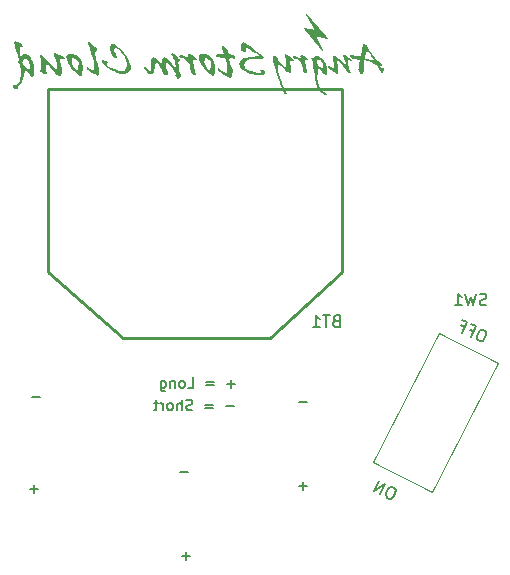
<source format=gbr>
%TF.GenerationSoftware,KiCad,Pcbnew,(6.0.4)*%
%TF.CreationDate,2024-01-19T15:42:12-08:00*%
%TF.ProjectId,StormCloud,53746f72-6d43-46c6-9f75-642e6b696361,rev?*%
%TF.SameCoordinates,Original*%
%TF.FileFunction,Legend,Bot*%
%TF.FilePolarity,Positive*%
%FSLAX46Y46*%
G04 Gerber Fmt 4.6, Leading zero omitted, Abs format (unit mm)*
G04 Created by KiCad (PCBNEW (6.0.4)) date 2024-01-19 15:42:12*
%MOMM*%
%LPD*%
G01*
G04 APERTURE LIST*
%ADD10C,0.100000*%
%ADD11C,0.150000*%
%ADD12C,0.254000*%
%ADD13C,0.120000*%
G04 APERTURE END LIST*
D10*
G36*
X125984000Y-79121000D02*
G01*
X124968000Y-78867000D01*
X125603000Y-80137000D01*
X124079000Y-78316021D01*
X124968000Y-78486000D01*
X124206000Y-77089000D01*
X125984000Y-79121000D01*
G37*
X125984000Y-79121000D02*
X124968000Y-78867000D01*
X125603000Y-80137000D01*
X124079000Y-78316021D01*
X124968000Y-78486000D01*
X124206000Y-77089000D01*
X125984000Y-79121000D01*
D11*
X114385666Y-123044500D02*
X113708333Y-123044500D01*
X114047000Y-123383166D02*
X114047000Y-122705833D01*
X131729481Y-117240309D02*
X131556851Y-117159810D01*
X131450411Y-117162718D01*
X131323847Y-117208784D01*
X131200191Y-117361289D01*
X131059318Y-117663392D01*
X131021977Y-117856147D01*
X131068042Y-117982711D01*
X131134233Y-118066118D01*
X131306863Y-118146617D01*
X131413302Y-118143709D01*
X131539867Y-118097643D01*
X131663523Y-117945138D01*
X131804396Y-117643035D01*
X131841737Y-117450280D01*
X131795671Y-117323716D01*
X131729481Y-117240309D01*
X130530027Y-117784372D02*
X130952646Y-116878065D01*
X130012137Y-117542876D01*
X130434756Y-116636569D01*
X124291666Y-117075500D02*
X123614333Y-117075500D01*
X123953000Y-117414166D02*
X123953000Y-116736833D01*
X118195666Y-108439500D02*
X117518333Y-108439500D01*
X117857000Y-108778166D02*
X117857000Y-108100833D01*
X116417666Y-108312500D02*
X115740333Y-108312500D01*
X115740333Y-108566500D02*
X116417666Y-108566500D01*
X114216333Y-108778166D02*
X114639666Y-108778166D01*
X114639666Y-107889166D01*
X113793000Y-108778166D02*
X113877666Y-108735833D01*
X113920000Y-108693500D01*
X113962333Y-108608833D01*
X113962333Y-108354833D01*
X113920000Y-108270166D01*
X113877666Y-108227833D01*
X113793000Y-108185500D01*
X113666000Y-108185500D01*
X113581333Y-108227833D01*
X113539000Y-108270166D01*
X113496666Y-108354833D01*
X113496666Y-108608833D01*
X113539000Y-108693500D01*
X113581333Y-108735833D01*
X113666000Y-108778166D01*
X113793000Y-108778166D01*
X113115666Y-108185500D02*
X113115666Y-108778166D01*
X113115666Y-108270166D02*
X113073333Y-108227833D01*
X112988666Y-108185500D01*
X112861666Y-108185500D01*
X112777000Y-108227833D01*
X112734666Y-108312500D01*
X112734666Y-108778166D01*
X111930333Y-108185500D02*
X111930333Y-108905166D01*
X111972666Y-108989833D01*
X112015000Y-109032166D01*
X112099666Y-109074500D01*
X112226666Y-109074500D01*
X112311333Y-109032166D01*
X111930333Y-108735833D02*
X112015000Y-108778166D01*
X112184333Y-108778166D01*
X112269000Y-108735833D01*
X112311333Y-108693500D01*
X112353666Y-108608833D01*
X112353666Y-108354833D01*
X112311333Y-108270166D01*
X112269000Y-108227833D01*
X112184333Y-108185500D01*
X112015000Y-108185500D01*
X111930333Y-108227833D01*
X101685666Y-109582500D02*
X101008333Y-109582500D01*
X124291666Y-109963500D02*
X123614333Y-109963500D01*
X118132166Y-110344500D02*
X117454833Y-110344500D01*
X116354166Y-110217500D02*
X115676833Y-110217500D01*
X115676833Y-110471500D02*
X116354166Y-110471500D01*
X114618500Y-110640833D02*
X114491500Y-110683166D01*
X114279833Y-110683166D01*
X114195166Y-110640833D01*
X114152833Y-110598500D01*
X114110500Y-110513833D01*
X114110500Y-110429166D01*
X114152833Y-110344500D01*
X114195166Y-110302166D01*
X114279833Y-110259833D01*
X114449166Y-110217500D01*
X114533833Y-110175166D01*
X114576166Y-110132833D01*
X114618500Y-110048166D01*
X114618500Y-109963500D01*
X114576166Y-109878833D01*
X114533833Y-109836500D01*
X114449166Y-109794166D01*
X114237500Y-109794166D01*
X114110500Y-109836500D01*
X113729500Y-110683166D02*
X113729500Y-109794166D01*
X113348500Y-110683166D02*
X113348500Y-110217500D01*
X113390833Y-110132833D01*
X113475500Y-110090500D01*
X113602500Y-110090500D01*
X113687166Y-110132833D01*
X113729500Y-110175166D01*
X112798166Y-110683166D02*
X112882833Y-110640833D01*
X112925166Y-110598500D01*
X112967500Y-110513833D01*
X112967500Y-110259833D01*
X112925166Y-110175166D01*
X112882833Y-110132833D01*
X112798166Y-110090500D01*
X112671166Y-110090500D01*
X112586500Y-110132833D01*
X112544166Y-110175166D01*
X112501833Y-110259833D01*
X112501833Y-110513833D01*
X112544166Y-110598500D01*
X112586500Y-110640833D01*
X112671166Y-110683166D01*
X112798166Y-110683166D01*
X112120833Y-110683166D02*
X112120833Y-110090500D01*
X112120833Y-110259833D02*
X112078500Y-110175166D01*
X112036166Y-110132833D01*
X111951500Y-110090500D01*
X111866833Y-110090500D01*
X111697500Y-110090500D02*
X111358833Y-110090500D01*
X111570500Y-109794166D02*
X111570500Y-110556166D01*
X111528166Y-110640833D01*
X111443500Y-110683166D01*
X111358833Y-110683166D01*
X101558666Y-117329500D02*
X100881333Y-117329500D01*
X101220000Y-117668166D02*
X101220000Y-116990833D01*
X139397584Y-103919182D02*
X139224954Y-103838683D01*
X139118514Y-103841591D01*
X138991949Y-103887657D01*
X138868293Y-104040162D01*
X138727420Y-104342265D01*
X138690079Y-104535019D01*
X138736145Y-104661584D01*
X138802335Y-104744991D01*
X138974965Y-104825489D01*
X139081405Y-104822581D01*
X139207969Y-104776516D01*
X139331626Y-104624010D01*
X139472498Y-104321908D01*
X139509840Y-104129153D01*
X139463774Y-104002589D01*
X139397584Y-103919182D01*
X138117399Y-103847640D02*
X138419502Y-103988513D01*
X138198130Y-104463245D02*
X138620748Y-103556937D01*
X138189173Y-103355691D01*
X137340564Y-103485396D02*
X137642666Y-103626268D01*
X137421295Y-104101001D02*
X137843913Y-103194693D01*
X137412338Y-102993446D01*
X114258666Y-115932500D02*
X113581333Y-115932500D01*
%TO.C,BT1*%
X126770714Y-103097571D02*
X126627857Y-103145190D01*
X126580238Y-103192809D01*
X126532619Y-103288047D01*
X126532619Y-103430904D01*
X126580238Y-103526142D01*
X126627857Y-103573761D01*
X126723095Y-103621380D01*
X127104047Y-103621380D01*
X127104047Y-102621380D01*
X126770714Y-102621380D01*
X126675476Y-102669000D01*
X126627857Y-102716619D01*
X126580238Y-102811857D01*
X126580238Y-102907095D01*
X126627857Y-103002333D01*
X126675476Y-103049952D01*
X126770714Y-103097571D01*
X127104047Y-103097571D01*
X126246904Y-102621380D02*
X125675476Y-102621380D01*
X125961190Y-103621380D02*
X125961190Y-102621380D01*
X124818333Y-103621380D02*
X125389761Y-103621380D01*
X125104047Y-103621380D02*
X125104047Y-102621380D01*
X125199285Y-102764238D01*
X125294523Y-102859476D01*
X125389761Y-102907095D01*
%TO.C,SW1*%
X139509333Y-101750762D02*
X139366476Y-101798381D01*
X139128380Y-101798381D01*
X139033142Y-101750762D01*
X138985523Y-101703143D01*
X138937904Y-101607905D01*
X138937904Y-101512667D01*
X138985523Y-101417429D01*
X139033142Y-101369810D01*
X139128380Y-101322191D01*
X139318857Y-101274572D01*
X139414095Y-101226953D01*
X139461714Y-101179334D01*
X139509333Y-101084096D01*
X139509333Y-100988858D01*
X139461714Y-100893620D01*
X139414095Y-100846001D01*
X139318857Y-100798381D01*
X139080761Y-100798381D01*
X138937904Y-100846001D01*
X138604571Y-100798381D02*
X138366476Y-101798381D01*
X138176000Y-101084096D01*
X137985523Y-101798381D01*
X137747428Y-100798381D01*
X136842666Y-101798381D02*
X137414095Y-101798381D01*
X137128380Y-101798381D02*
X137128380Y-100798381D01*
X137223619Y-100941239D01*
X137318857Y-101036477D01*
X137414095Y-101084096D01*
%TO.C,*%
D12*
%TO.C,BT1*%
X108712000Y-104521000D02*
X102362000Y-98933000D01*
X121158000Y-104521000D02*
X108712000Y-104521000D01*
X127254000Y-83439000D02*
X102362000Y-83439000D01*
X102362000Y-83439000D02*
X102362000Y-98933000D01*
X121158000Y-104521000D02*
X127254000Y-98933000D01*
X127254000Y-83439000D02*
X127254000Y-98933000D01*
D13*
%TO.C,SW1*%
X129932454Y-115034967D02*
X135471138Y-104164687D01*
X135471138Y-104164687D02*
X140460774Y-106707034D01*
X140460774Y-106707034D02*
X134922090Y-117577314D01*
X134922090Y-117577314D02*
X129932454Y-115034967D01*
%TO.C,G2*%
G36*
X103150140Y-80514934D02*
G01*
X103205250Y-80542270D01*
X103329196Y-80594060D01*
X103410615Y-80614615D01*
X103466486Y-80622888D01*
X103590971Y-80674758D01*
X103716392Y-80756479D01*
X103813266Y-80847241D01*
X103852109Y-80926234D01*
X103829215Y-80966069D01*
X103735381Y-80965688D01*
X103646690Y-80947348D01*
X103510936Y-80919479D01*
X103403218Y-80897506D01*
X103456596Y-81211749D01*
X103488818Y-81374632D01*
X103528562Y-81529748D01*
X103564313Y-81627528D01*
X103605502Y-81764136D01*
X103616468Y-81950091D01*
X103594963Y-82134960D01*
X103542465Y-82274988D01*
X103483944Y-82340007D01*
X103405745Y-82366221D01*
X103307305Y-82339317D01*
X103181908Y-82254654D01*
X103022841Y-82107593D01*
X102823389Y-81893494D01*
X102576837Y-81607718D01*
X102529561Y-81552315D01*
X102391131Y-81402279D01*
X102300650Y-81328026D01*
X102255841Y-81327571D01*
X102255113Y-81328759D01*
X102235060Y-81404510D01*
X102223201Y-81530949D01*
X102219493Y-81679328D01*
X102223890Y-81820904D01*
X102236350Y-81926929D01*
X102256828Y-81968659D01*
X102266939Y-81970645D01*
X102293998Y-82020892D01*
X102289326Y-82107712D01*
X102253548Y-82189212D01*
X102201280Y-82210957D01*
X102092062Y-82186913D01*
X101954280Y-82114161D01*
X101809370Y-82001750D01*
X101728979Y-81914758D01*
X101711100Y-81850640D01*
X101774352Y-81828585D01*
X101794196Y-81817918D01*
X101824702Y-81738480D01*
X101841817Y-81600510D01*
X101845508Y-81426747D01*
X101835741Y-81239933D01*
X101812482Y-81062806D01*
X101775698Y-80918107D01*
X101774961Y-80916059D01*
X101723279Y-80757592D01*
X101712854Y-80667496D01*
X101746638Y-80629132D01*
X101827587Y-80625863D01*
X101853014Y-80628611D01*
X101905560Y-80641545D01*
X101962940Y-80671207D01*
X102034846Y-80726302D01*
X102130964Y-80815535D01*
X102260984Y-80947610D01*
X102434595Y-81131234D01*
X102661484Y-81375112D01*
X102756328Y-81477268D01*
X102910059Y-81640760D01*
X103015589Y-81746802D01*
X103083029Y-81802999D01*
X103122487Y-81816956D01*
X103144071Y-81796277D01*
X103157890Y-81748568D01*
X103186840Y-81548882D01*
X103170647Y-81273797D01*
X103087007Y-80978616D01*
X102932254Y-80645422D01*
X102887932Y-80525035D01*
X102911338Y-80459119D01*
X103000269Y-80454837D01*
X103150140Y-80514934D01*
G37*
G36*
X105346245Y-81532400D02*
G01*
X105357335Y-81700042D01*
X105354972Y-81830575D01*
X105339597Y-81896288D01*
X105311558Y-81968939D01*
X105299536Y-82085387D01*
X105283693Y-82201839D01*
X105243506Y-82286159D01*
X105242177Y-82287486D01*
X105190195Y-82328766D01*
X105134598Y-82332830D01*
X105051414Y-82293776D01*
X104916674Y-82205704D01*
X104627565Y-81972530D01*
X104365273Y-81677704D01*
X104175809Y-81361674D01*
X104131937Y-81270906D01*
X104080466Y-81174909D01*
X104068408Y-81154320D01*
X103972703Y-80928477D01*
X103971215Y-80910279D01*
X104412942Y-80910279D01*
X104464080Y-80967879D01*
X104488652Y-80992972D01*
X104455589Y-81037002D01*
X104432244Y-81068279D01*
X104429323Y-81171642D01*
X104469528Y-81318512D01*
X104546186Y-81487845D01*
X104652626Y-81658595D01*
X104731570Y-81763791D01*
X104824057Y-81864957D01*
X104884847Y-81887318D01*
X104923062Y-81832180D01*
X104947821Y-81700848D01*
X104954713Y-81645643D01*
X104977050Y-81467476D01*
X104995793Y-81318912D01*
X104996584Y-81312506D01*
X104996371Y-81203387D01*
X104953379Y-81112541D01*
X104850966Y-81003747D01*
X104705295Y-80893692D01*
X104549153Y-80848071D01*
X104445244Y-80865679D01*
X104412942Y-80910279D01*
X103971215Y-80910279D01*
X103954885Y-80710634D01*
X103968530Y-80614385D01*
X104005798Y-80559233D01*
X104085565Y-80550032D01*
X104167482Y-80542365D01*
X104232914Y-80507700D01*
X104276805Y-80489718D01*
X104388791Y-80492747D01*
X104539036Y-80518260D01*
X104700417Y-80560153D01*
X104845810Y-80612320D01*
X104948093Y-80668657D01*
X105034969Y-80751458D01*
X105178812Y-80964701D01*
X105286213Y-81230969D01*
X105302646Y-81312506D01*
X105345492Y-81525093D01*
X105346245Y-81532400D01*
G37*
G36*
X116552127Y-81532400D02*
G01*
X116563217Y-81700042D01*
X116560855Y-81830575D01*
X116545479Y-81896288D01*
X116517441Y-81968939D01*
X116505418Y-82085387D01*
X116489575Y-82201839D01*
X116449389Y-82286159D01*
X116448059Y-82287486D01*
X116396078Y-82328766D01*
X116340480Y-82332830D01*
X116257296Y-82293776D01*
X116122557Y-82205704D01*
X115833447Y-81972530D01*
X115571156Y-81677704D01*
X115381691Y-81361674D01*
X115337819Y-81270906D01*
X115286348Y-81174909D01*
X115274290Y-81154320D01*
X115178585Y-80928477D01*
X115177097Y-80910279D01*
X115618824Y-80910279D01*
X115669962Y-80967879D01*
X115694534Y-80992972D01*
X115661472Y-81037002D01*
X115638126Y-81068279D01*
X115635206Y-81171642D01*
X115675410Y-81318512D01*
X115752068Y-81487845D01*
X115858508Y-81658595D01*
X115937452Y-81763791D01*
X116029939Y-81864957D01*
X116090730Y-81887318D01*
X116128945Y-81832180D01*
X116153703Y-81700848D01*
X116160595Y-81645643D01*
X116182933Y-81467476D01*
X116201676Y-81318912D01*
X116202467Y-81312506D01*
X116202253Y-81203387D01*
X116159262Y-81112541D01*
X116056849Y-81003747D01*
X115911177Y-80893692D01*
X115755035Y-80848071D01*
X115651127Y-80865679D01*
X115618824Y-80910279D01*
X115177097Y-80910279D01*
X115160767Y-80710634D01*
X115174413Y-80614385D01*
X115211680Y-80559233D01*
X115291448Y-80550032D01*
X115373364Y-80542365D01*
X115438797Y-80507700D01*
X115482687Y-80489718D01*
X115594674Y-80492747D01*
X115744919Y-80518260D01*
X115906300Y-80560153D01*
X116051693Y-80612320D01*
X116153975Y-80668657D01*
X116240851Y-80751458D01*
X116384694Y-80964701D01*
X116492095Y-81230969D01*
X116508528Y-81312506D01*
X116551374Y-81525093D01*
X116552127Y-81532400D01*
G37*
G36*
X108041589Y-79696895D02*
G01*
X108226496Y-79807829D01*
X108431537Y-79966762D01*
X108646730Y-80167664D01*
X108862091Y-80404505D01*
X108985467Y-80556041D01*
X109112762Y-80734480D01*
X109207659Y-80909104D01*
X109286728Y-81111772D01*
X109366541Y-81374344D01*
X109394856Y-81475556D01*
X109426153Y-81606461D01*
X109431339Y-81695786D01*
X109410153Y-81774601D01*
X109362331Y-81873978D01*
X109282342Y-81992389D01*
X109096663Y-82136130D01*
X108848065Y-82216392D01*
X108827668Y-82219790D01*
X108674668Y-82239666D01*
X108588239Y-82235227D01*
X108546793Y-82205707D01*
X108545287Y-82203530D01*
X108480616Y-82164455D01*
X108368945Y-82130022D01*
X108208192Y-82078593D01*
X107983763Y-81973861D01*
X107739501Y-81834339D01*
X107496620Y-81674153D01*
X107276333Y-81507426D01*
X107099854Y-81348283D01*
X106988396Y-81210846D01*
X106976165Y-81189263D01*
X106938086Y-81078265D01*
X106971980Y-81023585D01*
X107074475Y-81026834D01*
X107242199Y-81089623D01*
X107333059Y-81132351D01*
X107440195Y-81183637D01*
X107489844Y-81208710D01*
X107483325Y-81237872D01*
X107431550Y-81306623D01*
X107387623Y-81362738D01*
X107389888Y-81415205D01*
X107459073Y-81486939D01*
X107607643Y-81596824D01*
X107812468Y-81708632D01*
X108042647Y-81806474D01*
X108277114Y-81883505D01*
X108494801Y-81932877D01*
X108674639Y-81947745D01*
X108795562Y-81921262D01*
X108935042Y-81825082D01*
X109031906Y-81705208D01*
X109081860Y-81546583D01*
X109088129Y-81501694D01*
X109078336Y-81269230D01*
X109014610Y-81005922D01*
X108907669Y-80739686D01*
X108768235Y-80498437D01*
X108607028Y-80310092D01*
X108475882Y-80196880D01*
X108299474Y-80065519D01*
X108161916Y-79990579D01*
X108074457Y-79979052D01*
X108032611Y-80030197D01*
X108009580Y-80133080D01*
X108014237Y-80240879D01*
X108049945Y-80308421D01*
X108068473Y-80329945D01*
X108115669Y-80421648D01*
X108167102Y-80554209D01*
X108191344Y-80627322D01*
X108217270Y-80731445D01*
X108209410Y-80794055D01*
X108167845Y-80845974D01*
X108144094Y-80867175D01*
X108096115Y-80883640D01*
X108037592Y-80847358D01*
X107944970Y-80747973D01*
X107844568Y-80599510D01*
X107750371Y-80375529D01*
X107691646Y-80131319D01*
X107675522Y-79898316D01*
X107709127Y-79707956D01*
X107772109Y-79643153D01*
X107886800Y-79639993D01*
X108041589Y-79696895D01*
G37*
G36*
X105818596Y-79455475D02*
G01*
X105912474Y-79511789D01*
X106047950Y-79610215D01*
X106206857Y-79737202D01*
X106371030Y-79879192D01*
X106386285Y-79893096D01*
X106520117Y-80034151D01*
X106585293Y-80144142D01*
X106579175Y-80215606D01*
X106499121Y-80241085D01*
X106441841Y-80272029D01*
X106381602Y-80358530D01*
X106365292Y-80406099D01*
X106360518Y-80482985D01*
X106378714Y-80591433D01*
X106423368Y-80749986D01*
X106497968Y-80977188D01*
X106554918Y-81150404D01*
X106617205Y-81353463D01*
X106662630Y-81517687D01*
X106684054Y-81618475D01*
X106703140Y-81731929D01*
X106730788Y-81828585D01*
X106735507Y-81840320D01*
X106749158Y-82001549D01*
X106692379Y-82213788D01*
X106660054Y-82281981D01*
X106599583Y-82333132D01*
X106511620Y-82315039D01*
X106377648Y-82228570D01*
X106300248Y-82175872D01*
X106139633Y-82078662D01*
X105970526Y-81986885D01*
X105917944Y-81959161D01*
X105758793Y-81850290D01*
X105689627Y-81748144D01*
X105677070Y-81672202D01*
X105684212Y-81615110D01*
X105685296Y-81614362D01*
X105738720Y-81627559D01*
X105848535Y-81677572D01*
X105992431Y-81754325D01*
X106005101Y-81761446D01*
X106145707Y-81834706D01*
X106249489Y-81878625D01*
X106294782Y-81883916D01*
X106308048Y-81850191D01*
X106325382Y-81692969D01*
X106307328Y-81467411D01*
X106255461Y-81186551D01*
X106171357Y-80863421D01*
X106108425Y-80645171D01*
X106048672Y-80430653D01*
X106002394Y-80256679D01*
X105976256Y-80147703D01*
X105927479Y-79990959D01*
X105854793Y-79838699D01*
X105842751Y-79817439D01*
X105795908Y-79701239D01*
X105768633Y-79580501D01*
X105765798Y-79485707D01*
X105792270Y-79447335D01*
X105818596Y-79455475D01*
G37*
G36*
X117273183Y-79810984D02*
G01*
X117375305Y-79885174D01*
X117474575Y-79985174D01*
X117554482Y-80098349D01*
X117598516Y-80212065D01*
X117606914Y-80251405D01*
X117681337Y-80421220D01*
X117815468Y-80532145D01*
X118022881Y-80596475D01*
X118119942Y-80615515D01*
X118211445Y-80646388D01*
X118249046Y-80694580D01*
X118256337Y-80778483D01*
X118249819Y-80847928D01*
X118208732Y-80905325D01*
X118115192Y-80914775D01*
X117952457Y-80881980D01*
X117905004Y-80871256D01*
X117810688Y-80870112D01*
X117765753Y-80920121D01*
X117764915Y-81033283D01*
X117802887Y-81221600D01*
X117844519Y-81374661D01*
X117884986Y-81490625D01*
X117914576Y-81540656D01*
X117935057Y-81562544D01*
X117952845Y-81642956D01*
X117959733Y-81692418D01*
X117999536Y-81758549D01*
X118027114Y-81797063D01*
X118045231Y-81911110D01*
X118037390Y-82067393D01*
X118007362Y-82238412D01*
X117958920Y-82396669D01*
X117895833Y-82514664D01*
X117891733Y-82519582D01*
X117849977Y-82542608D01*
X117781498Y-82535172D01*
X117673322Y-82492288D01*
X117512480Y-82408970D01*
X117286000Y-82280230D01*
X117191978Y-82223569D01*
X116965672Y-82060326D01*
X116830462Y-81911265D01*
X116785565Y-81775597D01*
X116785624Y-81768519D01*
X116799060Y-81706024D01*
X116843581Y-81700342D01*
X116930083Y-81755273D01*
X117069462Y-81874617D01*
X117165251Y-81954199D01*
X117279156Y-82031308D01*
X117354777Y-82061382D01*
X117395887Y-82067863D01*
X117465668Y-82113717D01*
X117469131Y-82119041D01*
X117510614Y-82138290D01*
X117545355Y-82077516D01*
X117569351Y-81949066D01*
X117578600Y-81765288D01*
X117575155Y-81672805D01*
X117555334Y-81489168D01*
X117522582Y-81292191D01*
X117482284Y-81108454D01*
X117439830Y-80964538D01*
X117400605Y-80887026D01*
X117371588Y-80873709D01*
X117268905Y-80850375D01*
X117125170Y-80830426D01*
X117092322Y-80826646D01*
X116894085Y-80787710D01*
X116739789Y-80730154D01*
X116645865Y-80661908D01*
X116628748Y-80590901D01*
X116632721Y-80582499D01*
X116682854Y-80546217D01*
X116792105Y-80526917D01*
X116977325Y-80521232D01*
X116986206Y-80521228D01*
X117144124Y-80519529D01*
X117256160Y-80515352D01*
X117298566Y-80509560D01*
X117285833Y-80464080D01*
X117252241Y-80353379D01*
X117205183Y-80201907D01*
X117160533Y-80051282D01*
X117125731Y-79916480D01*
X117112403Y-79840050D01*
X117126425Y-79790579D01*
X117184719Y-79775241D01*
X117273183Y-79810984D01*
G37*
G36*
X113080896Y-80474399D02*
G01*
X113236274Y-80561127D01*
X113352707Y-80705953D01*
X113430011Y-80820053D01*
X113528589Y-80917034D01*
X113633911Y-80991665D01*
X113522629Y-81076512D01*
X113464950Y-81126842D01*
X113434322Y-81186701D01*
X113431500Y-81280240D01*
X113450658Y-81436608D01*
X113465731Y-81558231D01*
X113478369Y-81713211D01*
X113478655Y-81815686D01*
X113478655Y-81845219D01*
X113505688Y-81967134D01*
X113562299Y-82105645D01*
X113586840Y-82155396D01*
X113646591Y-82313166D01*
X113644069Y-82405499D01*
X113579438Y-82435571D01*
X113542247Y-82440491D01*
X113532342Y-82466293D01*
X113540680Y-82491592D01*
X113511061Y-82559675D01*
X113480659Y-82590900D01*
X113425541Y-82622335D01*
X113419966Y-82621608D01*
X113364520Y-82578678D01*
X113295935Y-82490458D01*
X113232379Y-82386257D01*
X113192016Y-82295387D01*
X113193014Y-82247156D01*
X113214197Y-82213382D01*
X113206891Y-82128345D01*
X113179530Y-82079152D01*
X113102900Y-81965869D01*
X112992925Y-81813911D01*
X112863954Y-81642304D01*
X112730339Y-81470073D01*
X112606427Y-81316245D01*
X112506571Y-81199844D01*
X112491094Y-81182925D01*
X112441788Y-81140346D01*
X112414257Y-81165343D01*
X112388297Y-81269880D01*
X112371584Y-81466617D01*
X112398264Y-81679544D01*
X112464486Y-81851931D01*
X112467454Y-81856797D01*
X112541894Y-82023664D01*
X112559597Y-82171243D01*
X112517451Y-82274693D01*
X112484133Y-82298796D01*
X112381507Y-82305737D01*
X112268103Y-82245386D01*
X112162924Y-82130893D01*
X112084971Y-81975408D01*
X112023251Y-81824894D01*
X111911046Y-81604984D01*
X111776867Y-81378110D01*
X111640830Y-81180285D01*
X111556153Y-81068933D01*
X111556153Y-81189202D01*
X111544879Y-81274326D01*
X111509462Y-81338328D01*
X111497200Y-81353111D01*
X111472567Y-81440706D01*
X111462771Y-81571784D01*
X111461251Y-81626792D01*
X111446164Y-81743825D01*
X111420143Y-81802729D01*
X111410959Y-81811776D01*
X111375878Y-81890556D01*
X111346237Y-82014205D01*
X111344484Y-82024449D01*
X111314168Y-82141831D01*
X111258393Y-82199937D01*
X111147935Y-82230669D01*
X111081209Y-82240779D01*
X110983214Y-82231906D01*
X110917701Y-82173695D01*
X110876458Y-82121538D01*
X110780321Y-82010816D01*
X110664953Y-81885540D01*
X110584108Y-81792942D01*
X110513532Y-81692023D01*
X110493426Y-81631657D01*
X110519809Y-81583848D01*
X110585589Y-81569219D01*
X110687100Y-81629401D01*
X110830662Y-81766928D01*
X110939953Y-81875289D01*
X111025747Y-81933235D01*
X111082373Y-81922845D01*
X111115174Y-81837938D01*
X111129492Y-81672336D01*
X111130668Y-81419858D01*
X111130660Y-81319233D01*
X111147621Y-81062421D01*
X111192162Y-80887092D01*
X111266674Y-80786698D01*
X111373548Y-80754688D01*
X111391346Y-80757792D01*
X111484773Y-80809784D01*
X111617737Y-80916120D01*
X111773823Y-81064110D01*
X112078708Y-81373532D01*
X112055311Y-81137380D01*
X112047619Y-81011050D01*
X112062077Y-80902295D01*
X112109199Y-80835055D01*
X112129251Y-80818251D01*
X112229237Y-80754497D01*
X112317444Y-80751669D01*
X112414961Y-80815427D01*
X112542878Y-80951431D01*
X112642824Y-81066955D01*
X112781702Y-81226720D01*
X112895143Y-81356417D01*
X112933651Y-81400261D01*
X113048136Y-81531186D01*
X113140272Y-81637292D01*
X113237036Y-81749491D01*
X113234975Y-81637292D01*
X113223114Y-81532717D01*
X113179529Y-81343659D01*
X113113376Y-81131458D01*
X113034634Y-80931280D01*
X113018654Y-80894723D01*
X112974585Y-80782186D01*
X112956889Y-80716733D01*
X112931126Y-80665690D01*
X112859925Y-80588028D01*
X112762962Y-80500277D01*
X112889946Y-80466317D01*
X112915448Y-80460720D01*
X113080896Y-80474399D01*
G37*
G36*
X101247072Y-82083705D02*
G01*
X101217230Y-82274830D01*
X101164035Y-82406944D01*
X101146614Y-82431178D01*
X101106471Y-82463611D01*
X101056918Y-82440414D01*
X100971729Y-82354426D01*
X100908990Y-82285337D01*
X100784687Y-82143055D01*
X100660074Y-81995431D01*
X100574558Y-81896969D01*
X100497079Y-81819243D01*
X100459584Y-81797092D01*
X100440042Y-81848236D01*
X100419023Y-81951257D01*
X100354004Y-82310268D01*
X100268149Y-82637968D01*
X100170372Y-82877697D01*
X100061478Y-83027035D01*
X100058812Y-83029486D01*
X99975854Y-83130779D01*
X99900459Y-83259235D01*
X99892947Y-83274362D01*
X99821907Y-83377913D01*
X99750892Y-83431374D01*
X99710091Y-83442043D01*
X99648620Y-83457360D01*
X99609787Y-83454380D01*
X99527154Y-83396662D01*
X99457620Y-83296413D01*
X99426744Y-83185006D01*
X99426163Y-83162274D01*
X99431455Y-83068209D01*
X99466474Y-83051007D01*
X99550970Y-83096616D01*
X99602476Y-83121629D01*
X99702348Y-83120053D01*
X99805381Y-83042508D01*
X99923321Y-82882229D01*
X99990271Y-82760503D01*
X100053602Y-82573081D01*
X100091219Y-82332192D01*
X100093002Y-82314674D01*
X100109323Y-82144294D01*
X100120247Y-82012056D01*
X100123492Y-81945313D01*
X100106540Y-81819098D01*
X100058869Y-81622954D01*
X99994450Y-81430403D01*
X99926614Y-81286076D01*
X99889721Y-81221640D01*
X100241070Y-81221640D01*
X100277066Y-81352136D01*
X100278768Y-81355062D01*
X100342446Y-81430667D01*
X100455542Y-81539300D01*
X100594740Y-81658479D01*
X100613371Y-81673502D01*
X100744379Y-81775726D01*
X100844229Y-81847921D01*
X100892575Y-81875277D01*
X100897442Y-81873164D01*
X100906765Y-81815798D01*
X100897632Y-81698960D01*
X100873877Y-81548095D01*
X100839330Y-81388650D01*
X100797824Y-81246071D01*
X100768244Y-81171808D01*
X100695661Y-81036819D01*
X100616288Y-80930805D01*
X100545383Y-80872396D01*
X100498200Y-80880217D01*
X100460783Y-80914707D01*
X100367018Y-80960042D01*
X100319448Y-80987623D01*
X100257941Y-81088174D01*
X100241070Y-81221640D01*
X99889721Y-81221640D01*
X99876802Y-81199077D01*
X99862543Y-81142878D01*
X99898765Y-81128218D01*
X99928449Y-81122410D01*
X99958013Y-81065787D01*
X99924028Y-80964799D01*
X99903712Y-80904091D01*
X99872528Y-80777157D01*
X99838531Y-80614615D01*
X99833274Y-80588482D01*
X99784253Y-80384347D01*
X99717258Y-80146385D01*
X99645181Y-79920850D01*
X99618783Y-79841956D01*
X99568495Y-79674239D01*
X99539109Y-79549057D01*
X99536309Y-79488957D01*
X99545055Y-79477842D01*
X99631090Y-79446640D01*
X99763905Y-79457805D01*
X99917125Y-79503874D01*
X100064373Y-79577385D01*
X100179272Y-79670873D01*
X100217548Y-79722383D01*
X100249752Y-79828538D01*
X100213650Y-79905249D01*
X100114749Y-79930368D01*
X100109256Y-79930033D01*
X100047706Y-79932608D01*
X100016056Y-79964031D01*
X100005824Y-80045778D01*
X100008530Y-80199325D01*
X100010740Y-80256008D01*
X100031156Y-80481778D01*
X100067491Y-80616575D01*
X100119962Y-80661306D01*
X100128198Y-80660598D01*
X100163506Y-80622109D01*
X100186357Y-80587144D01*
X100271037Y-80535250D01*
X100384987Y-80492384D01*
X100492542Y-80474541D01*
X100544719Y-80482998D01*
X100583727Y-80521232D01*
X100590190Y-80541340D01*
X100649613Y-80567924D01*
X100660780Y-80569259D01*
X100741765Y-80617876D01*
X100838562Y-80716344D01*
X100927286Y-80837174D01*
X100984055Y-80952874D01*
X101016921Y-81025412D01*
X101094989Y-81128218D01*
X101160195Y-81234344D01*
X101210123Y-81408887D01*
X101242154Y-81625470D01*
X101252570Y-81815798D01*
X101254925Y-81858830D01*
X101247072Y-82083705D01*
G37*
G36*
X118929184Y-79494787D02*
G01*
X118980336Y-79507850D01*
X119051344Y-79542580D01*
X119153033Y-79606039D01*
X119296230Y-79705288D01*
X119491762Y-79847389D01*
X119750455Y-80039403D01*
X119864081Y-80124169D01*
X120133356Y-80325091D01*
X120338659Y-80479370D01*
X120487752Y-80594099D01*
X120588398Y-80676373D01*
X120648359Y-80733283D01*
X120675398Y-80771924D01*
X120677276Y-80799388D01*
X120661757Y-80822769D01*
X120636602Y-80849160D01*
X120621607Y-80864014D01*
X120561529Y-80899066D01*
X120464747Y-80921644D01*
X120312383Y-80934933D01*
X120085559Y-80942116D01*
X119944408Y-80944897D01*
X119709454Y-80950469D01*
X119545617Y-80956955D01*
X119437820Y-80965913D01*
X119370982Y-80978896D01*
X119330025Y-80997461D01*
X119299869Y-81023163D01*
X119265577Y-81052081D01*
X119200833Y-81081527D01*
X119154326Y-81092590D01*
X119082454Y-81169221D01*
X119039563Y-81296801D01*
X119029002Y-81449256D01*
X119054119Y-81600510D01*
X119118263Y-81724486D01*
X119188608Y-81789837D01*
X119372274Y-81894620D01*
X119616407Y-81982757D01*
X119900248Y-82047413D01*
X120203041Y-82081750D01*
X120307944Y-82086486D01*
X120385318Y-82078426D01*
X120407286Y-82041221D01*
X120395642Y-81961232D01*
X120385598Y-81895699D01*
X120403418Y-81840933D01*
X120480005Y-81829624D01*
X120561821Y-81842823D01*
X120683189Y-81903839D01*
X120770033Y-81993436D01*
X120793838Y-82088125D01*
X120752829Y-82162685D01*
X120660519Y-82238283D01*
X120612194Y-82255919D01*
X120459436Y-82276994D01*
X120255011Y-82278872D01*
X120025416Y-82261918D01*
X119797146Y-82226491D01*
X119618404Y-82181144D01*
X119360085Y-82088282D01*
X119114623Y-81971911D01*
X118901609Y-81842904D01*
X118740633Y-81712135D01*
X118651286Y-81590478D01*
X118625086Y-81520761D01*
X118592217Y-81325200D01*
X118640736Y-81160162D01*
X118774349Y-81008112D01*
X118842873Y-80952778D01*
X118943842Y-80883659D01*
X119003396Y-80859738D01*
X119010446Y-80860238D01*
X119093231Y-80847681D01*
X119213506Y-80815046D01*
X119229651Y-80809994D01*
X119356958Y-80775068D01*
X119446962Y-80758051D01*
X119495982Y-80754504D01*
X119801030Y-80730851D01*
X120022305Y-80709107D01*
X120168149Y-80686740D01*
X120246900Y-80661219D01*
X120266898Y-80630014D01*
X120236483Y-80590592D01*
X120163994Y-80540424D01*
X120004554Y-80440750D01*
X119794964Y-80307864D01*
X119615740Y-80192125D01*
X119483264Y-80104146D01*
X119413915Y-80054536D01*
X119366381Y-80028695D01*
X119258649Y-80007630D01*
X119232976Y-80008828D01*
X119176956Y-80040928D01*
X119168244Y-80136030D01*
X119172085Y-80215692D01*
X119162405Y-80336338D01*
X119117868Y-80380350D01*
X119026795Y-80352629D01*
X118877505Y-80258081D01*
X118836152Y-80228824D01*
X118745807Y-80148247D01*
X118707717Y-80058750D01*
X118699903Y-79918286D01*
X118706637Y-79815275D01*
X118749405Y-79651224D01*
X118822271Y-79536931D01*
X118914304Y-79494027D01*
X118929184Y-79494787D01*
G37*
G36*
X114415608Y-80504291D02*
G01*
X114566093Y-80563084D01*
X114724891Y-80650980D01*
X114868016Y-80753746D01*
X114971482Y-80857145D01*
X115011301Y-80946942D01*
X115002712Y-81006349D01*
X114957075Y-81028389D01*
X114847881Y-81014570D01*
X114761796Y-81002034D01*
X114697948Y-81013860D01*
X114679086Y-81067738D01*
X114676937Y-81139629D01*
X114694754Y-81288778D01*
X114742833Y-81368674D01*
X114747162Y-81372037D01*
X114770521Y-81443788D01*
X114764441Y-81566256D01*
X114760986Y-81590060D01*
X114756782Y-81699886D01*
X114774514Y-81756490D01*
X114807709Y-81804507D01*
X114849018Y-81915692D01*
X114883809Y-82050812D01*
X114902837Y-82172932D01*
X114896852Y-82245117D01*
X114866491Y-82277806D01*
X114775652Y-82284557D01*
X114644605Y-82208898D01*
X114637317Y-82203166D01*
X114584827Y-82149358D01*
X114541760Y-82071785D01*
X114502248Y-81953309D01*
X114460420Y-81776791D01*
X114410407Y-81525093D01*
X114397469Y-81467393D01*
X114305951Y-81241846D01*
X114166806Y-81058567D01*
X113996071Y-80934595D01*
X113809780Y-80886967D01*
X113738151Y-80864465D01*
X113639093Y-80805128D01*
X113553586Y-80734262D01*
X113517183Y-80677340D01*
X113537285Y-80613543D01*
X113619222Y-80577346D01*
X113752188Y-80594294D01*
X113923113Y-80662182D01*
X114118926Y-80778806D01*
X114346687Y-80935478D01*
X114284701Y-80729515D01*
X114267515Y-80665430D01*
X114249860Y-80554768D01*
X114259533Y-80500797D01*
X114297425Y-80488839D01*
X114415608Y-80504291D01*
G37*
%TO.C,G1*%
G36*
X123917348Y-80591599D02*
G01*
X124048329Y-80642772D01*
X124186547Y-80719277D01*
X124311124Y-80808724D01*
X124401180Y-80898723D01*
X124435838Y-80976882D01*
X124428363Y-81028590D01*
X124388640Y-81047773D01*
X124293598Y-81035746D01*
X124218670Y-81024834D01*
X124163096Y-81035127D01*
X124146679Y-81082023D01*
X124144808Y-81144596D01*
X124160316Y-81274416D01*
X124202164Y-81343957D01*
X124205932Y-81346885D01*
X124226264Y-81409337D01*
X124220972Y-81515933D01*
X124217965Y-81536652D01*
X124214305Y-81632244D01*
X124229740Y-81681513D01*
X124258633Y-81723307D01*
X124294587Y-81820082D01*
X124324870Y-81937691D01*
X124341431Y-82043984D01*
X124336223Y-82106814D01*
X124309796Y-82135266D01*
X124230730Y-82141142D01*
X124116667Y-82075289D01*
X124110323Y-82070299D01*
X124064636Y-82023465D01*
X124027151Y-81955946D01*
X123992759Y-81852824D01*
X123956352Y-81699183D01*
X123912821Y-81480105D01*
X123901559Y-81429883D01*
X123821902Y-81233566D01*
X123700791Y-81074041D01*
X123552182Y-80966136D01*
X123390035Y-80924680D01*
X123327689Y-80905094D01*
X123241469Y-80853447D01*
X123167044Y-80791766D01*
X123135358Y-80742221D01*
X123152855Y-80686691D01*
X123224173Y-80655186D01*
X123339907Y-80669937D01*
X123488680Y-80729027D01*
X123659115Y-80830536D01*
X123857359Y-80966904D01*
X123803406Y-80787634D01*
X123788448Y-80731854D01*
X123773081Y-80635534D01*
X123781500Y-80588557D01*
X123814482Y-80578149D01*
X123917348Y-80591599D01*
G37*
G36*
X122557825Y-80530548D02*
G01*
X122663155Y-80585456D01*
X122820018Y-80685792D01*
X122949536Y-80774031D01*
X123088904Y-80876761D01*
X123171294Y-80952051D01*
X123204775Y-81007725D01*
X123197419Y-81051604D01*
X123165522Y-81082063D01*
X123084920Y-81086184D01*
X122994086Y-81028226D01*
X122954729Y-80994393D01*
X122914306Y-80987392D01*
X122896667Y-81040272D01*
X122900424Y-81159448D01*
X122924190Y-81351329D01*
X122938241Y-81452904D01*
X122966395Y-81718423D01*
X122970992Y-81910222D01*
X122951970Y-82031404D01*
X122909264Y-82085069D01*
X122882837Y-82091537D01*
X122780781Y-82072165D01*
X122644868Y-81991636D01*
X122471662Y-81847592D01*
X122257728Y-81637672D01*
X122132745Y-81509934D01*
X122021520Y-81399483D01*
X121942543Y-81324720D01*
X121907723Y-81297225D01*
X121893730Y-81318684D01*
X121876107Y-81398747D01*
X121861665Y-81513164D01*
X121852854Y-81635261D01*
X121852124Y-81738361D01*
X121861926Y-81795790D01*
X121878497Y-81833580D01*
X121898722Y-81925092D01*
X121908432Y-81997284D01*
X121931572Y-82099515D01*
X121972475Y-82231040D01*
X122037656Y-82414825D01*
X122075987Y-82521276D01*
X122143059Y-82712640D01*
X122200564Y-82882185D01*
X122253553Y-83031919D01*
X122336598Y-83241625D01*
X122425880Y-83446217D01*
X122510805Y-83621679D01*
X122580778Y-83743997D01*
X122584448Y-83749565D01*
X122625613Y-83837346D01*
X122627072Y-83898647D01*
X122620467Y-83908394D01*
X122565594Y-83936099D01*
X122494948Y-83890625D01*
X122406748Y-83770204D01*
X122299210Y-83573065D01*
X122265343Y-83504001D01*
X122184867Y-83330693D01*
X122118447Y-83175369D01*
X122077863Y-83065065D01*
X122062944Y-83016964D01*
X122017963Y-82877776D01*
X121959681Y-82702028D01*
X121896905Y-82516425D01*
X121868379Y-82432216D01*
X121802476Y-82232741D01*
X121743168Y-82047135D01*
X121700574Y-81906825D01*
X121699584Y-81903385D01*
X121605489Y-81574100D01*
X121532778Y-81313588D01*
X121479153Y-81112956D01*
X121442318Y-80963312D01*
X121419975Y-80855765D01*
X121409827Y-80781423D01*
X121408113Y-80742901D01*
X121419322Y-80652587D01*
X121449143Y-80616034D01*
X121489438Y-80646984D01*
X121500988Y-80660352D01*
X121552013Y-80666307D01*
X121555554Y-80664618D01*
X121618600Y-80670219D01*
X121711765Y-80707327D01*
X121735136Y-80720084D01*
X121813337Y-80790037D01*
X121834878Y-80888552D01*
X121838836Y-80926785D01*
X121866118Y-80993128D01*
X121927491Y-81075508D01*
X122032447Y-81185873D01*
X122190478Y-81336172D01*
X122546078Y-81666231D01*
X122559942Y-81491888D01*
X122559967Y-81491561D01*
X122559150Y-81351098D01*
X122542643Y-81166348D01*
X122514858Y-80968696D01*
X122480203Y-80789528D01*
X122443089Y-80660231D01*
X122429144Y-80600054D01*
X122462236Y-80527191D01*
X122492060Y-80515762D01*
X122557825Y-80530548D01*
G37*
G36*
X126017552Y-81755833D02*
G01*
X126023853Y-81965343D01*
X126023762Y-81968607D01*
X126017026Y-82113774D01*
X126006994Y-82225615D01*
X125995800Y-82280154D01*
X125972632Y-82295167D01*
X125903042Y-82277038D01*
X125810255Y-82213116D01*
X125710497Y-82115634D01*
X125619996Y-81996827D01*
X125600306Y-81967337D01*
X125505371Y-81849362D01*
X125407635Y-81758317D01*
X125323419Y-81707527D01*
X125269042Y-81710314D01*
X125259269Y-81756066D01*
X125247559Y-81866544D01*
X125235435Y-82025063D01*
X125224370Y-82214989D01*
X125216299Y-82429707D01*
X125217816Y-82629144D01*
X125232505Y-82786539D01*
X125261462Y-82922825D01*
X125325463Y-83122904D01*
X125453989Y-83391807D01*
X125614195Y-83590634D01*
X125808844Y-83723425D01*
X125840339Y-83739740D01*
X125945179Y-83819517D01*
X126002590Y-83906762D01*
X125998634Y-83982450D01*
X125996459Y-83985980D01*
X125978222Y-84008818D01*
X125949730Y-84009022D01*
X125890936Y-83980590D01*
X125781797Y-83917518D01*
X125611583Y-83800071D01*
X125380645Y-83562685D01*
X125204205Y-83269593D01*
X125085127Y-82926027D01*
X125026275Y-82537220D01*
X125024361Y-82510853D01*
X124994527Y-82241149D01*
X124944651Y-81926034D01*
X124879207Y-81594188D01*
X124875130Y-81574324D01*
X124851772Y-81409329D01*
X124842238Y-81247620D01*
X124842045Y-81228243D01*
X124830552Y-81151826D01*
X125137755Y-81151826D01*
X125213220Y-81252726D01*
X125267255Y-81323407D01*
X125279110Y-81387024D01*
X125283413Y-81415467D01*
X125342066Y-81483738D01*
X125454526Y-81567690D01*
X125650552Y-81694647D01*
X125676118Y-81578245D01*
X125682036Y-81521017D01*
X125664230Y-81370707D01*
X125614150Y-81213215D01*
X125542579Y-81088118D01*
X125489419Y-81046718D01*
X125379262Y-81007276D01*
X125262699Y-80996932D01*
X125177518Y-81022480D01*
X125141041Y-81064544D01*
X125137755Y-81151826D01*
X124830552Y-81151826D01*
X124821259Y-81090036D01*
X124760958Y-81001854D01*
X124713020Y-80950678D01*
X124680089Y-80876914D01*
X124696266Y-80827007D01*
X124761490Y-80821459D01*
X124817903Y-80823211D01*
X124884840Y-80765239D01*
X124911905Y-80732741D01*
X125011342Y-80691101D01*
X125148354Y-80686727D01*
X125299788Y-80718747D01*
X125442486Y-80786287D01*
X125536182Y-80848843D01*
X125681063Y-80960051D01*
X125781592Y-81069855D01*
X125856792Y-81201569D01*
X125925684Y-81378505D01*
X125969778Y-81521017D01*
X125980989Y-81557253D01*
X126017552Y-81755833D01*
G37*
G36*
X130277414Y-81103065D02*
G01*
X130324055Y-81128306D01*
X130369489Y-81134665D01*
X130383665Y-81135398D01*
X130480435Y-81169414D01*
X130577434Y-81240355D01*
X130656892Y-81329039D01*
X130701033Y-81416279D01*
X130692086Y-81482891D01*
X130646666Y-81515791D01*
X130568211Y-81498141D01*
X130560635Y-81494193D01*
X130502376Y-81479480D01*
X130500226Y-81520353D01*
X130554580Y-81613468D01*
X130626353Y-81678992D01*
X130720696Y-81678173D01*
X130733236Y-81675050D01*
X130784854Y-81667551D01*
X130810002Y-81689536D01*
X130815887Y-81758222D01*
X130809715Y-81890826D01*
X130802853Y-81969553D01*
X130773325Y-82096103D01*
X130726553Y-82145894D01*
X130664921Y-82117627D01*
X130590809Y-82010008D01*
X130573490Y-81978901D01*
X130521856Y-81898437D01*
X130489435Y-81866185D01*
X130469356Y-81843249D01*
X130426448Y-81762966D01*
X130373796Y-81644895D01*
X130336584Y-81559644D01*
X130278727Y-81462660D01*
X130205495Y-81402006D01*
X130091997Y-81351795D01*
X130029265Y-81326482D01*
X129917071Y-81272821D01*
X129849290Y-81228718D01*
X129833384Y-81216315D01*
X129744678Y-81173135D01*
X129625770Y-81135251D01*
X129602409Y-81129450D01*
X129448168Y-81090086D01*
X129307923Y-81052897D01*
X129283909Y-81046397D01*
X129190507Y-81022437D01*
X129144017Y-81012745D01*
X129142764Y-81014168D01*
X129136396Y-81065906D01*
X129130911Y-81180987D01*
X129126856Y-81344319D01*
X129124784Y-81540807D01*
X129124489Y-81595730D01*
X129121395Y-81803035D01*
X129114047Y-81947312D01*
X129100551Y-82043534D01*
X129079015Y-82106671D01*
X129047545Y-82151696D01*
X129011820Y-82189332D01*
X128972067Y-82208506D01*
X128924268Y-82181115D01*
X128844270Y-82101154D01*
X128805164Y-82055649D01*
X128734856Y-81943827D01*
X128690283Y-81831855D01*
X128678821Y-81741679D01*
X128707846Y-81695249D01*
X128714079Y-81689920D01*
X128736524Y-81625966D01*
X128757315Y-81506853D01*
X128772624Y-81352811D01*
X128795130Y-81024464D01*
X128661740Y-80977964D01*
X128526662Y-80945424D01*
X128382014Y-80931276D01*
X128363910Y-80930920D01*
X128231306Y-80899655D01*
X128103598Y-80807297D01*
X128094451Y-80798330D01*
X129213084Y-80798330D01*
X129237496Y-80869869D01*
X129238314Y-80870588D01*
X129290461Y-80890966D01*
X129398596Y-80921462D01*
X129540437Y-80955760D01*
X129691548Y-80990001D01*
X129826422Y-81020896D01*
X129911583Y-81040791D01*
X129969452Y-81049600D01*
X129984213Y-81022918D01*
X129959783Y-80940053D01*
X129909601Y-80837568D01*
X129838358Y-80746231D01*
X129787372Y-80685546D01*
X129756980Y-80610206D01*
X129755761Y-80601092D01*
X129722563Y-80523364D01*
X129657384Y-80416238D01*
X129577956Y-80304898D01*
X129502012Y-80214530D01*
X129447281Y-80170319D01*
X129435469Y-80171168D01*
X129400860Y-80220559D01*
X129373224Y-80324084D01*
X129366617Y-80357255D01*
X129327242Y-80477912D01*
X129277860Y-80560210D01*
X129253071Y-80594931D01*
X129219988Y-80693549D01*
X129213084Y-80798330D01*
X128094451Y-80798330D01*
X128042283Y-80747189D01*
X127983795Y-80670166D01*
X127984845Y-80616651D01*
X128041383Y-80571285D01*
X128102193Y-80554590D01*
X128218238Y-80587514D01*
X128309653Y-80624269D01*
X128402374Y-80641950D01*
X128441945Y-80643030D01*
X128555382Y-80650793D01*
X128692878Y-80663713D01*
X128790504Y-80671343D01*
X128880283Y-80665113D01*
X128909580Y-80636197D01*
X128921028Y-80528147D01*
X128948625Y-80343354D01*
X128988262Y-80118665D01*
X129004600Y-80029507D01*
X129027865Y-79894824D01*
X129041928Y-79803153D01*
X129044932Y-79782529D01*
X129082010Y-79683472D01*
X129152606Y-79656978D01*
X129263527Y-79699875D01*
X129270628Y-79704049D01*
X129367151Y-79779131D01*
X129428764Y-79858017D01*
X129453241Y-79902070D01*
X129518097Y-80007875D01*
X129613330Y-80157958D01*
X129730711Y-80339380D01*
X129862011Y-80539204D01*
X129921138Y-80628301D01*
X130051428Y-80821559D01*
X130148983Y-80958940D01*
X130200235Y-81022918D01*
X130221684Y-81049693D01*
X130277414Y-81103065D01*
G37*
G36*
X127580999Y-80603001D02*
G01*
X127727571Y-80707855D01*
X127789559Y-80758055D01*
X127914391Y-80851934D01*
X128015896Y-80919817D01*
X128024395Y-80924972D01*
X128102139Y-80987363D01*
X128134078Y-81041827D01*
X128121803Y-81073915D01*
X128065495Y-81092914D01*
X127992526Y-81074878D01*
X127935429Y-81022905D01*
X127916816Y-80997432D01*
X127867425Y-80984134D01*
X127825710Y-81034490D01*
X127805454Y-81136459D01*
X127807948Y-81217865D01*
X127829625Y-81389002D01*
X127867692Y-81588076D01*
X127916158Y-81785269D01*
X127969033Y-81950762D01*
X128044990Y-82150665D01*
X127959678Y-82150665D01*
X127937395Y-82147496D01*
X127850694Y-82106577D01*
X127755246Y-82035814D01*
X127678123Y-81957423D01*
X127646398Y-81893616D01*
X127637898Y-81871479D01*
X127591233Y-81792092D01*
X127512980Y-81673394D01*
X127413562Y-81531593D01*
X127279335Y-81355197D01*
X127133773Y-81191185D01*
X127013597Y-81088750D01*
X126924425Y-81053385D01*
X126909773Y-81063713D01*
X126897087Y-81136144D01*
X126904512Y-81266038D01*
X126931783Y-81439465D01*
X126969870Y-81661650D01*
X126987510Y-81854237D01*
X126977631Y-81992297D01*
X126940388Y-82087488D01*
X126873707Y-82189255D01*
X126680933Y-82058200D01*
X126598339Y-82001442D01*
X126510177Y-81939120D01*
X126467838Y-81906760D01*
X126421054Y-81875672D01*
X126336027Y-81828916D01*
X126330464Y-81825973D01*
X126242147Y-81761426D01*
X126166053Y-81678932D01*
X126119592Y-81600981D01*
X126120173Y-81550064D01*
X126140619Y-81543828D01*
X126219489Y-81556019D01*
X126326927Y-81591324D01*
X126434707Y-81639662D01*
X126514604Y-81690950D01*
X126540507Y-81709835D01*
X126594584Y-81709621D01*
X126624056Y-81635876D01*
X126628716Y-81491548D01*
X126608358Y-81279581D01*
X126562776Y-81002922D01*
X126556209Y-80967156D01*
X126533401Y-80818722D01*
X126522964Y-80705515D01*
X126527133Y-80649680D01*
X126546929Y-80637124D01*
X126623677Y-80650210D01*
X126740147Y-80705177D01*
X126883340Y-80793070D01*
X127040257Y-80904934D01*
X127197901Y-81031811D01*
X127343274Y-81164745D01*
X127463377Y-81294782D01*
X127551100Y-81401490D01*
X127610728Y-81468364D01*
X127636087Y-81478833D01*
X127637022Y-81435818D01*
X127623381Y-81342241D01*
X127609508Y-81273249D01*
X127561756Y-81111912D01*
X127500006Y-80956161D01*
X127448637Y-80834218D01*
X127408612Y-80684303D01*
X127419006Y-80593968D01*
X127477306Y-80565953D01*
X127580999Y-80603001D01*
G37*
%TD*%
M02*

</source>
